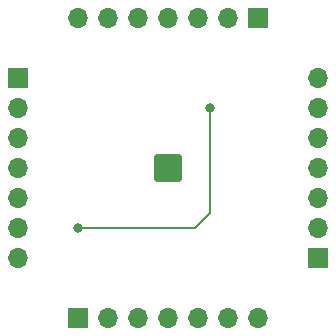
<source format=gbr>
G04 #@! TF.GenerationSoftware,KiCad,Pcbnew,5.1.4+dfsg1-1*
G04 #@! TF.CreationDate,2020-05-14T03:41:50+02:00*
G04 #@! TF.ProjectId,qfn28-breakout,71666e32-382d-4627-9265-616b6f75742e,rev?*
G04 #@! TF.SameCoordinates,Original*
G04 #@! TF.FileFunction,Copper,L2,Bot*
G04 #@! TF.FilePolarity,Positive*
%FSLAX46Y46*%
G04 Gerber Fmt 4.6, Leading zero omitted, Abs format (unit mm)*
G04 Created by KiCad (PCBNEW 5.1.4+dfsg1-1) date 2020-05-14 03:41:50*
%MOMM*%
%LPD*%
G04 APERTURE LIST*
%ADD10C,0.100000*%
%ADD11C,2.300000*%
%ADD12C,0.500000*%
%ADD13O,1.700000X1.700000*%
%ADD14R,1.700000X1.700000*%
%ADD15C,0.800000*%
%ADD16C,0.152400*%
G04 APERTURE END LIST*
D10*
G36*
X82204504Y661548796D02*
G01*
X82228773Y661545196D01*
X82252571Y661539235D01*
X82275671Y661530970D01*
X82297849Y661520480D01*
X82318893Y661507867D01*
X82338598Y661493253D01*
X82356777Y661476777D01*
X82373253Y661458598D01*
X82387867Y661438893D01*
X82400480Y661417849D01*
X82410970Y661395671D01*
X82419235Y661372571D01*
X82425196Y661348773D01*
X82428796Y661324504D01*
X82430000Y661300000D01*
X82430000Y659500000D01*
X82428796Y659475496D01*
X82425196Y659451227D01*
X82419235Y659427429D01*
X82410970Y659404329D01*
X82400480Y659382151D01*
X82387867Y659361107D01*
X82373253Y659341402D01*
X82356777Y659323223D01*
X82338598Y659306747D01*
X82318893Y659292133D01*
X82297849Y659279520D01*
X82275671Y659269030D01*
X82252571Y659260765D01*
X82228773Y659254804D01*
X82204504Y659251204D01*
X82180000Y659250000D01*
X80380000Y659250000D01*
X80355496Y659251204D01*
X80331227Y659254804D01*
X80307429Y659260765D01*
X80284329Y659269030D01*
X80262151Y659279520D01*
X80241107Y659292133D01*
X80221402Y659306747D01*
X80203223Y659323223D01*
X80186747Y659341402D01*
X80172133Y659361107D01*
X80159520Y659382151D01*
X80149030Y659404329D01*
X80140765Y659427429D01*
X80134804Y659451227D01*
X80131204Y659475496D01*
X80130000Y659500000D01*
X80130000Y661300000D01*
X80131204Y661324504D01*
X80134804Y661348773D01*
X80140765Y661372571D01*
X80149030Y661395671D01*
X80159520Y661417849D01*
X80172133Y661438893D01*
X80186747Y661458598D01*
X80203223Y661476777D01*
X80221402Y661493253D01*
X80241107Y661507867D01*
X80262151Y661520480D01*
X80284329Y661530970D01*
X80307429Y661539235D01*
X80331227Y661545196D01*
X80355496Y661548796D01*
X80380000Y661550000D01*
X82180000Y661550000D01*
X82204504Y661548796D01*
X82204504Y661548796D01*
G37*
D11*
X81280000Y660400000D03*
D12*
X82180000Y659500000D03*
X81280000Y659500000D03*
X80380000Y659500000D03*
X82180000Y660400000D03*
X81280000Y660400000D03*
X80380000Y660400000D03*
X82180000Y661300000D03*
X81280000Y661300000D03*
X80380000Y661300000D03*
D13*
X88900000Y647700000D03*
X86360000Y647700000D03*
X83820000Y647700000D03*
X81280000Y647700000D03*
X78740000Y647700000D03*
X76200000Y647700000D03*
D14*
X73660000Y647700000D03*
D13*
X93980000Y668020000D03*
X93980000Y665480000D03*
X93980000Y662940000D03*
X93980000Y660400000D03*
X93980000Y657860000D03*
X93980000Y655320000D03*
D14*
X93980000Y652780000D03*
D13*
X73660000Y673100000D03*
X76200000Y673100000D03*
X78740000Y673100000D03*
X81280000Y673100000D03*
X83820000Y673100000D03*
X86360000Y673100000D03*
D14*
X88900000Y673100000D03*
D13*
X68580000Y652780000D03*
X68580000Y655320000D03*
X68580000Y657860000D03*
X68580000Y660400000D03*
X68580000Y662940000D03*
X68580000Y665480000D03*
D14*
X68580000Y668020000D03*
D15*
X84836000Y665480000D03*
X73660000Y655320000D03*
D16*
X84836000Y665480000D02*
X84836000Y656590000D01*
X83566000Y655320000D02*
X73660000Y655320000D01*
X84836000Y656590000D02*
X83566000Y655320000D01*
M02*

</source>
